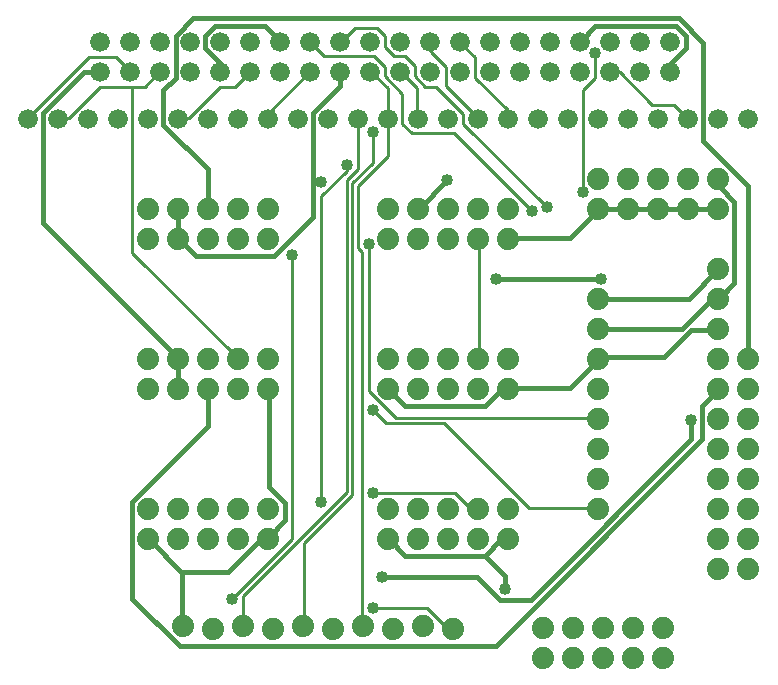
<source format=gbl>
G75*
%MOIN*%
%OFA0B0*%
%FSLAX25Y25*%
%IPPOS*%
%LPD*%
%AMOC8*
5,1,8,0,0,1.08239X$1,22.5*
%
%ADD10C,0.06600*%
%ADD11C,0.07400*%
%ADD12C,0.01000*%
%ADD13C,0.04000*%
%ADD14C,0.01600*%
D10*
X0014000Y0191000D03*
X0024000Y0191000D03*
X0034000Y0191000D03*
X0044000Y0191000D03*
X0054000Y0191000D03*
X0064000Y0191000D03*
X0074000Y0191000D03*
X0084000Y0191000D03*
X0094000Y0191000D03*
X0104000Y0191000D03*
X0114000Y0191000D03*
X0124000Y0191000D03*
X0134000Y0191000D03*
X0144000Y0191000D03*
X0154000Y0191000D03*
X0164000Y0191000D03*
X0174000Y0191000D03*
X0184000Y0191000D03*
X0194000Y0191000D03*
X0204000Y0191000D03*
X0214000Y0191000D03*
X0224000Y0191000D03*
X0234000Y0191000D03*
X0244000Y0191000D03*
X0254000Y0191000D03*
X0227953Y0206693D03*
X0227953Y0216693D03*
X0217953Y0216693D03*
X0217953Y0206693D03*
X0207953Y0206693D03*
X0207953Y0216693D03*
X0197953Y0216693D03*
X0197953Y0206693D03*
X0187953Y0206693D03*
X0187953Y0216693D03*
X0177953Y0216693D03*
X0167953Y0216693D03*
X0167953Y0206693D03*
X0177953Y0206693D03*
X0157953Y0206693D03*
X0157953Y0216693D03*
X0147953Y0216693D03*
X0147953Y0206693D03*
X0137953Y0206693D03*
X0137953Y0216693D03*
X0127953Y0216693D03*
X0117953Y0216693D03*
X0117953Y0206693D03*
X0127953Y0206693D03*
X0107953Y0206693D03*
X0107953Y0216693D03*
X0097953Y0216693D03*
X0097953Y0206693D03*
X0087953Y0206693D03*
X0087953Y0216693D03*
X0077953Y0216693D03*
X0077953Y0206693D03*
X0067953Y0206693D03*
X0057953Y0206693D03*
X0057953Y0216693D03*
X0067953Y0216693D03*
X0047953Y0216693D03*
X0047953Y0206693D03*
X0037953Y0206693D03*
X0037953Y0216693D03*
D11*
X0054000Y0161000D03*
X0054000Y0151000D03*
X0064000Y0151000D03*
X0064000Y0161000D03*
X0074000Y0161000D03*
X0074000Y0151000D03*
X0084000Y0151000D03*
X0094000Y0151000D03*
X0094000Y0161000D03*
X0084000Y0161000D03*
X0134000Y0161000D03*
X0144000Y0161000D03*
X0144000Y0151000D03*
X0134000Y0151000D03*
X0154000Y0151000D03*
X0154000Y0161000D03*
X0164000Y0161000D03*
X0164000Y0151000D03*
X0174000Y0151000D03*
X0174000Y0161000D03*
X0204000Y0161000D03*
X0204000Y0171000D03*
X0214000Y0171000D03*
X0214000Y0161000D03*
X0224000Y0161000D03*
X0224000Y0171000D03*
X0234000Y0171000D03*
X0234000Y0161000D03*
X0244000Y0161000D03*
X0244000Y0171000D03*
X0244000Y0141000D03*
X0244000Y0131000D03*
X0244000Y0121000D03*
X0244000Y0111000D03*
X0254000Y0111000D03*
X0254000Y0101000D03*
X0244000Y0101000D03*
X0244000Y0091000D03*
X0254000Y0091000D03*
X0254000Y0081000D03*
X0244000Y0081000D03*
X0244000Y0071000D03*
X0254000Y0071000D03*
X0254000Y0061000D03*
X0244000Y0061000D03*
X0244000Y0051000D03*
X0254000Y0051000D03*
X0254000Y0041000D03*
X0244000Y0041000D03*
X0225500Y0021500D03*
X0225500Y0011500D03*
X0215500Y0011500D03*
X0215500Y0021500D03*
X0205500Y0021500D03*
X0205500Y0011500D03*
X0195500Y0011500D03*
X0195500Y0021500D03*
X0185500Y0021500D03*
X0185500Y0011500D03*
X0155500Y0021000D03*
X0145500Y0022000D03*
X0135500Y0021000D03*
X0125500Y0022000D03*
X0115500Y0021000D03*
X0105500Y0022000D03*
X0095500Y0021000D03*
X0085500Y0022000D03*
X0075500Y0021000D03*
X0065500Y0022000D03*
X0064000Y0051000D03*
X0064000Y0061000D03*
X0054000Y0061000D03*
X0054000Y0051000D03*
X0074000Y0051000D03*
X0074000Y0061000D03*
X0084000Y0061000D03*
X0094000Y0061000D03*
X0094000Y0051000D03*
X0084000Y0051000D03*
X0134000Y0051000D03*
X0144000Y0051000D03*
X0144000Y0061000D03*
X0134000Y0061000D03*
X0154000Y0061000D03*
X0154000Y0051000D03*
X0164000Y0051000D03*
X0164000Y0061000D03*
X0174000Y0061000D03*
X0174000Y0051000D03*
X0204000Y0061000D03*
X0204000Y0071000D03*
X0204000Y0081000D03*
X0204000Y0091000D03*
X0204000Y0101000D03*
X0204000Y0111000D03*
X0204000Y0121000D03*
X0204000Y0131000D03*
X0174000Y0111000D03*
X0174000Y0101000D03*
X0164000Y0101000D03*
X0164000Y0111000D03*
X0154000Y0111000D03*
X0154000Y0101000D03*
X0144000Y0101000D03*
X0134000Y0101000D03*
X0134000Y0111000D03*
X0144000Y0111000D03*
X0094000Y0111000D03*
X0084000Y0111000D03*
X0084000Y0101000D03*
X0094000Y0101000D03*
X0074000Y0101000D03*
X0074000Y0111000D03*
X0064000Y0111000D03*
X0064000Y0101000D03*
X0054000Y0101000D03*
X0054000Y0111000D03*
D12*
X0083750Y0111200D02*
X0084000Y0111000D01*
X0083750Y0111200D02*
X0048650Y0146300D01*
X0048650Y0201650D01*
X0037850Y0201650D01*
X0027500Y0191300D01*
X0024350Y0191300D01*
X0024000Y0191000D01*
X0014000Y0191000D02*
X0014000Y0191300D01*
X0034250Y0211550D01*
X0043250Y0211550D01*
X0047750Y0207050D01*
X0047953Y0206693D01*
X0048650Y0201650D02*
X0052700Y0201650D01*
X0057650Y0206600D01*
X0057953Y0206693D01*
X0064400Y0191300D02*
X0064000Y0191000D01*
X0064400Y0191300D02*
X0067550Y0191300D01*
X0077900Y0201650D01*
X0082850Y0201650D01*
X0087800Y0206600D01*
X0087953Y0206693D01*
X0094100Y0193100D02*
X0107600Y0206600D01*
X0107953Y0206693D01*
X0112550Y0212000D02*
X0108050Y0216500D01*
X0107953Y0216693D01*
X0112550Y0212000D02*
X0129200Y0212000D01*
X0132800Y0208400D01*
X0132800Y0205250D01*
X0138650Y0199400D01*
X0138650Y0189500D01*
X0141800Y0186350D01*
X0155750Y0186350D01*
X0181850Y0160250D01*
X0186800Y0161600D02*
X0158900Y0189500D01*
X0158900Y0192650D01*
X0149900Y0201650D01*
X0146300Y0201650D01*
X0142700Y0205250D01*
X0142700Y0208850D01*
X0139550Y0212000D01*
X0135950Y0212000D01*
X0132800Y0215150D01*
X0132800Y0218750D01*
X0130100Y0221450D01*
X0122900Y0221450D01*
X0118400Y0216950D01*
X0117953Y0216693D01*
X0127953Y0206693D02*
X0128300Y0206600D01*
X0133700Y0201200D01*
X0133700Y0191300D01*
X0134000Y0191000D01*
X0133700Y0190850D01*
X0133700Y0178700D01*
X0123800Y0168800D01*
X0123800Y0148100D01*
X0125150Y0146750D01*
X0125150Y0022100D01*
X0125500Y0022000D01*
X0128750Y0027950D02*
X0146750Y0027950D01*
X0153500Y0021200D01*
X0155300Y0021200D01*
X0155500Y0021000D01*
X0161150Y0061250D02*
X0156200Y0066200D01*
X0128750Y0066200D01*
X0122000Y0065750D02*
X0122000Y0169700D01*
X0128750Y0176450D01*
X0128750Y0186800D01*
X0124000Y0191000D02*
X0123800Y0190850D01*
X0123800Y0174200D01*
X0120200Y0170600D01*
X0120200Y0066650D01*
X0085550Y0032000D01*
X0085550Y0022100D01*
X0085500Y0022000D01*
X0081950Y0031100D02*
X0101750Y0050900D01*
X0101750Y0145850D01*
X0111650Y0165200D02*
X0120200Y0173750D01*
X0120200Y0175550D01*
X0111650Y0165200D02*
X0111650Y0063500D01*
X0122000Y0065750D02*
X0105800Y0049550D01*
X0105800Y0022100D01*
X0105500Y0022000D01*
X0161150Y0061250D02*
X0163850Y0061250D01*
X0164000Y0061000D01*
X0180950Y0061250D02*
X0152600Y0089600D01*
X0133250Y0089600D01*
X0128750Y0094100D01*
X0127400Y0100400D02*
X0127400Y0149450D01*
X0164000Y0151000D02*
X0164300Y0150800D01*
X0164300Y0111200D01*
X0164000Y0111000D01*
X0136400Y0091400D02*
X0127400Y0100400D01*
X0136400Y0091400D02*
X0203900Y0091400D01*
X0204000Y0091000D01*
X0203900Y0061250D02*
X0180950Y0061250D01*
X0203900Y0061250D02*
X0204000Y0061000D01*
X0198950Y0166550D02*
X0198950Y0200750D01*
X0203000Y0204800D01*
X0203000Y0212900D01*
X0207953Y0206693D02*
X0208400Y0206600D01*
X0211100Y0206600D01*
X0221900Y0195800D01*
X0229100Y0195800D01*
X0233600Y0191300D01*
X0234000Y0191000D01*
X0174000Y0191000D02*
X0173750Y0191300D01*
X0173750Y0194000D01*
X0162950Y0204800D01*
X0162950Y0211550D01*
X0158000Y0216500D01*
X0157953Y0216693D01*
X0153050Y0208400D02*
X0153050Y0202100D01*
X0163850Y0191300D01*
X0164000Y0191000D01*
X0144000Y0191000D02*
X0143600Y0191300D01*
X0143600Y0201200D01*
X0138200Y0206600D01*
X0137953Y0206693D01*
X0148100Y0213350D02*
X0148100Y0216500D01*
X0147953Y0216693D01*
X0148100Y0213350D02*
X0153050Y0208400D01*
X0094100Y0193100D02*
X0094100Y0191300D01*
X0094000Y0191000D01*
D13*
X0111650Y0170150D03*
X0120200Y0175550D03*
X0128750Y0186800D03*
X0153500Y0170600D03*
X0127400Y0149450D03*
X0101750Y0145850D03*
X0128750Y0094100D03*
X0128750Y0066200D03*
X0111650Y0063500D03*
X0131900Y0038300D03*
X0128750Y0027950D03*
X0172850Y0034250D03*
X0234950Y0090600D03*
X0204800Y0137750D03*
X0186800Y0161600D03*
X0181850Y0160250D03*
X0198950Y0166550D03*
X0169700Y0137750D03*
X0203000Y0212900D03*
X0081950Y0031100D03*
D14*
X0064400Y0015350D02*
X0048650Y0031100D01*
X0048650Y0063500D01*
X0073850Y0088700D01*
X0073850Y0100850D01*
X0074000Y0101000D01*
X0064000Y0101000D02*
X0063950Y0101300D01*
X0063950Y0110300D01*
X0064000Y0111000D01*
X0063950Y0111200D01*
X0018950Y0156200D01*
X0018950Y0193100D01*
X0032450Y0206600D01*
X0037850Y0206600D01*
X0037953Y0206693D01*
X0059000Y0200750D02*
X0059000Y0189050D01*
X0073850Y0174200D01*
X0073850Y0161150D01*
X0074000Y0161000D01*
X0064000Y0161000D02*
X0063950Y0160700D01*
X0063950Y0151700D01*
X0064000Y0151000D01*
X0064400Y0150800D01*
X0069800Y0145400D01*
X0095900Y0145400D01*
X0108950Y0158450D01*
X0108950Y0170150D01*
X0111650Y0170150D01*
X0108950Y0170150D02*
X0108950Y0193100D01*
X0117950Y0202100D01*
X0117950Y0206600D01*
X0117953Y0206693D01*
X0097953Y0216693D02*
X0097700Y0216950D01*
X0092750Y0221900D01*
X0076100Y0221900D01*
X0072950Y0218750D01*
X0072950Y0214700D01*
X0077900Y0209750D01*
X0077900Y0207050D01*
X0077953Y0206693D01*
X0063050Y0204800D02*
X0063050Y0218750D01*
X0068900Y0224600D01*
X0230900Y0224600D01*
X0239000Y0216500D01*
X0239000Y0183650D01*
X0253850Y0168800D01*
X0253850Y0111200D01*
X0254000Y0111000D01*
X0243950Y0120650D02*
X0244000Y0121000D01*
X0243950Y0120650D02*
X0234950Y0120650D01*
X0225950Y0111650D01*
X0204350Y0111650D01*
X0204000Y0111000D01*
X0203900Y0110750D01*
X0194450Y0101300D01*
X0174200Y0101300D01*
X0174000Y0101000D01*
X0173300Y0100850D01*
X0171500Y0100850D01*
X0166100Y0095450D01*
X0139550Y0095450D01*
X0134000Y0101000D01*
X0094100Y0100850D02*
X0094100Y0068450D01*
X0099500Y0063050D01*
X0099500Y0057200D01*
X0094100Y0051800D01*
X0094000Y0051000D01*
X0093650Y0050900D01*
X0091400Y0050900D01*
X0080600Y0040100D01*
X0065750Y0040100D01*
X0065300Y0039650D01*
X0054050Y0050900D01*
X0054000Y0051000D01*
X0065300Y0039650D02*
X0065300Y0022100D01*
X0065500Y0022000D01*
X0064400Y0015350D02*
X0169700Y0015350D01*
X0238550Y0084200D01*
X0238550Y0095450D01*
X0243950Y0100850D01*
X0244000Y0101000D01*
X0234950Y0090600D02*
X0234950Y0084200D01*
X0181400Y0030650D01*
X0171050Y0030650D01*
X0163400Y0038300D01*
X0131900Y0038300D01*
X0139550Y0045500D02*
X0134150Y0050900D01*
X0134000Y0051000D01*
X0139550Y0045500D02*
X0166100Y0045500D01*
X0172850Y0038750D01*
X0172850Y0034250D01*
X0166100Y0045500D02*
X0171500Y0050900D01*
X0173750Y0050900D01*
X0174000Y0051000D01*
X0204000Y0121000D02*
X0204350Y0121100D01*
X0231800Y0121100D01*
X0241700Y0131000D01*
X0244000Y0131000D01*
X0244400Y0131450D01*
X0249350Y0136400D01*
X0249350Y0163400D01*
X0244400Y0168350D01*
X0244400Y0170600D01*
X0244000Y0171000D01*
X0243950Y0161150D02*
X0234500Y0161150D01*
X0234000Y0161000D01*
X0233600Y0161150D01*
X0224600Y0161150D01*
X0224000Y0161000D01*
X0223700Y0161150D01*
X0214700Y0161150D01*
X0214000Y0161000D01*
X0213800Y0161150D01*
X0204800Y0161150D01*
X0204000Y0161000D01*
X0203900Y0160700D01*
X0194450Y0151250D01*
X0174200Y0151250D01*
X0174000Y0151000D01*
X0169700Y0137750D02*
X0204800Y0137750D01*
X0204000Y0131000D02*
X0234050Y0131000D01*
X0243950Y0140900D01*
X0244000Y0141000D01*
X0244000Y0161000D02*
X0243950Y0161150D01*
X0227953Y0206693D02*
X0228200Y0207050D01*
X0228200Y0209750D01*
X0233150Y0214700D01*
X0233150Y0218750D01*
X0230000Y0221900D01*
X0203000Y0221900D01*
X0198050Y0216950D01*
X0197953Y0216693D01*
X0153500Y0170600D02*
X0144050Y0161150D01*
X0144000Y0161000D01*
X0094000Y0101000D02*
X0094100Y0100850D01*
X0059000Y0200750D02*
X0063050Y0204800D01*
M02*

</source>
